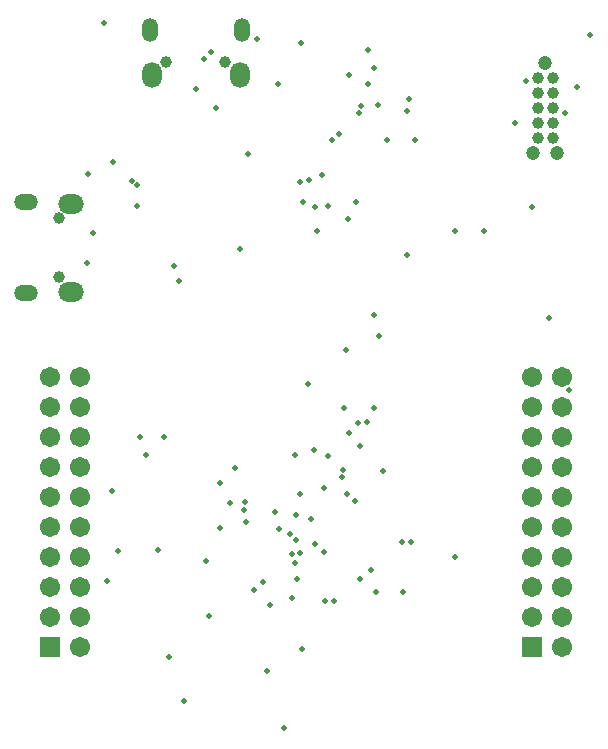
<source format=gbs>
G04*
G04 #@! TF.GenerationSoftware,Altium Limited,Altium Designer,24.1.2 (44)*
G04*
G04 Layer_Color=16711935*
%FSLAX25Y25*%
%MOIN*%
G70*
G04*
G04 #@! TF.SameCoordinates,0CAF675C-D5BD-4F57-B94F-0EABEFC4C8CF*
G04*
G04*
G04 #@! TF.FilePolarity,Negative*
G04*
G01*
G75*
%ADD47C,0.04702*%
%ADD48O,0.05328X0.07887*%
%ADD49O,0.06509X0.08674*%
%ADD50C,0.03950*%
%ADD51O,0.08674X0.06509*%
%ADD52O,0.07887X0.05328*%
%ADD53C,0.06737*%
%ADD54R,0.06737X0.06737*%
%ADD55C,0.01900*%
%ADD83C,0.03898*%
D47*
X179000Y238000D02*
D03*
X182996Y208000D02*
D03*
X175004D02*
D03*
D48*
X77756Y249043D02*
D03*
X47244D02*
D03*
D49*
X77165Y234083D02*
D03*
X47835D02*
D03*
D50*
X72343Y238217D02*
D03*
X52657D02*
D03*
X16783Y166657D02*
D03*
Y186343D02*
D03*
D51*
X20917Y191165D02*
D03*
Y161835D02*
D03*
D52*
X5957Y191756D02*
D03*
Y161244D02*
D03*
D53*
X184500Y133500D02*
D03*
Y123500D02*
D03*
Y113500D02*
D03*
Y103500D02*
D03*
Y93500D02*
D03*
Y83500D02*
D03*
Y73500D02*
D03*
Y63500D02*
D03*
Y53500D02*
D03*
Y43500D02*
D03*
X174500Y133500D02*
D03*
Y123500D02*
D03*
Y113500D02*
D03*
Y103500D02*
D03*
Y93500D02*
D03*
Y83500D02*
D03*
Y73500D02*
D03*
Y63500D02*
D03*
Y53500D02*
D03*
X24000Y133500D02*
D03*
Y123500D02*
D03*
Y113500D02*
D03*
Y103500D02*
D03*
Y93500D02*
D03*
Y83500D02*
D03*
Y73500D02*
D03*
Y63500D02*
D03*
X14000Y133500D02*
D03*
Y123500D02*
D03*
Y113500D02*
D03*
Y103500D02*
D03*
Y93500D02*
D03*
Y83500D02*
D03*
Y73500D02*
D03*
Y63500D02*
D03*
Y53500D02*
D03*
X24000D02*
D03*
Y43500D02*
D03*
D54*
X174500D02*
D03*
X14000D02*
D03*
D55*
X134071Y78500D02*
D03*
X119500Y118500D02*
D03*
X116500Y118000D02*
D03*
X95500Y107400D02*
D03*
X194000Y247500D02*
D03*
X189500Y230000D02*
D03*
X185500Y221500D02*
D03*
X78500Y89000D02*
D03*
X78800Y91605D02*
D03*
X117100Y110452D02*
D03*
X115500Y92000D02*
D03*
X111500Y102500D02*
D03*
X70500Y98000D02*
D03*
X36500Y75500D02*
D03*
X33000Y65500D02*
D03*
X49700Y75600D02*
D03*
X44000Y113500D02*
D03*
X52000D02*
D03*
X113443Y114706D02*
D03*
X111800Y123000D02*
D03*
X82700Y246000D02*
D03*
X97600Y244800D02*
D03*
X43000Y190500D02*
D03*
X86248Y35500D02*
D03*
X174500Y190000D02*
D03*
X135500Y212500D02*
D03*
X169000Y218000D02*
D03*
X172500Y232000D02*
D03*
X117631Y223600D02*
D03*
X82000Y62300D02*
D03*
X186900Y129000D02*
D03*
X41300Y198839D02*
D03*
X35000Y205139D02*
D03*
X180154Y153154D02*
D03*
X42800Y197339D02*
D03*
X110098Y214424D02*
D03*
X116900Y221226D02*
D03*
X55209Y170267D02*
D03*
X45700Y107500D02*
D03*
X26052Y171382D02*
D03*
X26535Y201000D02*
D03*
X97250Y94500D02*
D03*
X116004Y191668D02*
D03*
X79100Y85100D02*
D03*
X111190Y100010D02*
D03*
X100772Y85962D02*
D03*
X95800Y87287D02*
D03*
X105250Y74950D02*
D03*
X120892Y69000D02*
D03*
X97756Y42756D02*
D03*
X122643Y61540D02*
D03*
X108633Y58850D02*
D03*
X93850Y81050D02*
D03*
X131676Y61676D02*
D03*
X117300Y66000D02*
D03*
X28341Y181400D02*
D03*
X75500Y103100D02*
D03*
X65059Y239500D02*
D03*
X132800Y222094D02*
D03*
X126181Y212252D02*
D03*
X69103Y223000D02*
D03*
X119941Y242429D02*
D03*
X121909Y236208D02*
D03*
X70500Y83071D02*
D03*
X77250Y175994D02*
D03*
X131141Y78441D02*
D03*
X149000Y182000D02*
D03*
X96300Y65900D02*
D03*
X87100Y57500D02*
D03*
X97100Y74700D02*
D03*
X94650Y74500D02*
D03*
X66000Y72000D02*
D03*
X95900Y78900D02*
D03*
X125000Y102000D02*
D03*
X90250Y82700D02*
D03*
X97100Y198300D02*
D03*
X53673Y39900D02*
D03*
X107926Y212252D02*
D03*
X67618Y241800D02*
D03*
X32000Y251300D02*
D03*
X121900Y154000D02*
D03*
X101800Y109000D02*
D03*
X102800Y182000D02*
D03*
X106600Y107000D02*
D03*
X113200Y186000D02*
D03*
X102100Y77700D02*
D03*
X56900Y165300D02*
D03*
X79700Y207600D02*
D03*
X113019Y94519D02*
D03*
X91756Y16256D02*
D03*
X149000Y73500D02*
D03*
X105300Y96200D02*
D03*
X133400Y226031D02*
D03*
X84700Y64900D02*
D03*
X99696Y131000D02*
D03*
X112464Y142500D02*
D03*
X132900Y174000D02*
D03*
X58600Y25400D02*
D03*
X98287Y191668D02*
D03*
X104400Y200600D02*
D03*
X66692Y53800D02*
D03*
X95500Y71240D02*
D03*
X94571Y59750D02*
D03*
X123400Y147000D02*
D03*
X158400Y182000D02*
D03*
X106600Y190200D02*
D03*
X105429Y58850D02*
D03*
X121900Y123150D02*
D03*
X34600Y95400D02*
D03*
X88800Y88200D02*
D03*
X62500Y229200D02*
D03*
X123200Y224063D02*
D03*
X89700Y231000D02*
D03*
X119700D02*
D03*
X100256Y199000D02*
D03*
X113600Y234100D02*
D03*
X73850Y91250D02*
D03*
X102200Y190000D02*
D03*
D83*
X176500Y233000D02*
D03*
Y228000D02*
D03*
Y223000D02*
D03*
Y218000D02*
D03*
Y213000D02*
D03*
X181500D02*
D03*
Y218000D02*
D03*
Y223000D02*
D03*
Y228000D02*
D03*
Y233000D02*
D03*
M02*

</source>
